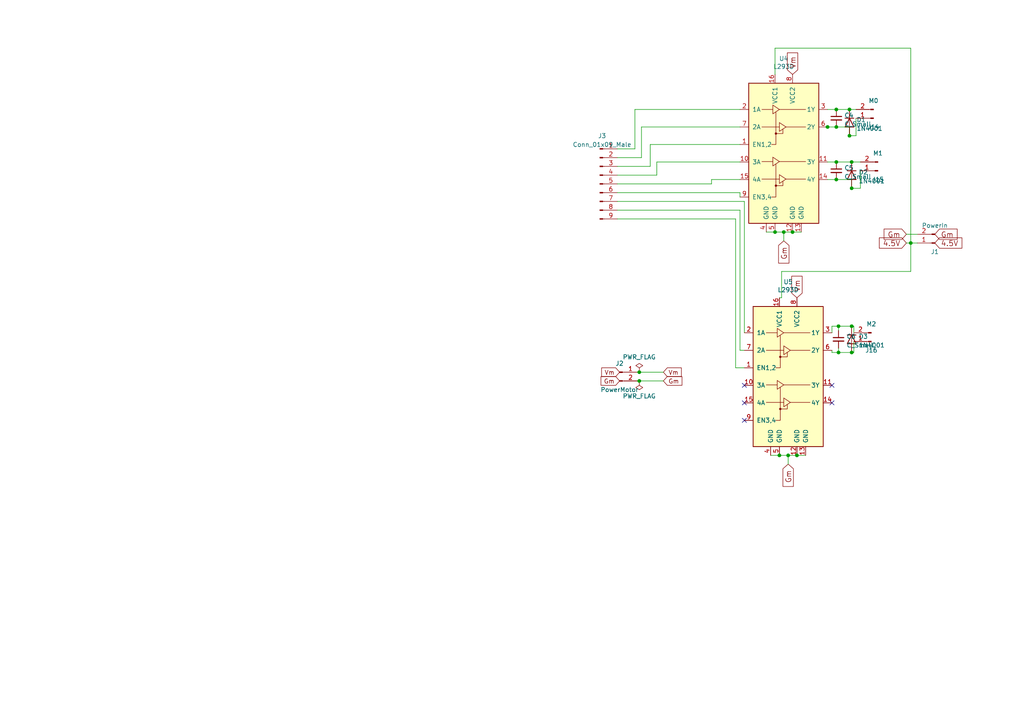
<source format=kicad_sch>
(kicad_sch (version 20211123) (generator eeschema)
  (paper "A4")
  (lib_symbols
    (symbol "Connector:Conn_01x09_Male" (pin_names (offset 1.016) hide)
      (property "Reference" "J" (at 0 12.7 0))
      (property "Value" "Conn_01x09_Male" (at 0 -12.7 0))
      (symbol "Conn_01x09_Male_1_1"
        (polyline (pts (xy 1.27 -10.16) (xy 0.8636 -10.16)) (stroke (width 0.1524)))
        (polyline (pts (xy 1.27 -7.62) (xy 0.8636 -7.62)) (stroke (width 0.1524)))
        (polyline (pts (xy 1.27 -5.08) (xy 0.8636 -5.08)) (stroke (width 0.1524)))
        (polyline (pts (xy 1.27 -2.54) (xy 0.8636 -2.54)) (stroke (width 0.1524)))
        (polyline (pts (xy 1.27 0) (xy 0.8636 0)) (stroke (width 0.1524)))
        (polyline (pts (xy 1.27 2.54) (xy 0.8636 2.54)) (stroke (width 0.1524)))
        (polyline (pts (xy 1.27 5.08) (xy 0.8636 5.08)) (stroke (width 0.1524)))
        (polyline (pts (xy 1.27 7.62) (xy 0.8636 7.62)) (stroke (width 0.1524)))
        (polyline (pts (xy 1.27 10.16) (xy 0.8636 10.16)) (stroke (width 0.1524)))
        (rectangle (start 0.8636 -10.033) (end 0 -10.287) (stroke (width 0.1524)) (fill (type outline)))
        (rectangle (start 0.8636 -7.493) (end 0 -7.747) (stroke (width 0.1524)) (fill (type outline)))
        (rectangle (start 0.8636 -4.953) (end 0 -5.207) (stroke (width 0.1524)) (fill (type outline)))
        (rectangle (start 0.8636 -2.413) (end 0 -2.667) (stroke (width 0.1524)) (fill (type outline)))
        (rectangle (start 0.8636 0.127) (end 0 -0.127) (stroke (width 0.1524)) (fill (type outline)))
        (rectangle (start 0.8636 2.667) (end 0 2.413) (stroke (width 0.1524)) (fill (type outline)))
        (rectangle (start 0.8636 5.207) (end 0 4.953) (stroke (width 0.1524)) (fill (type outline)))
        (rectangle (start 0.8636 7.747) (end 0 7.493) (stroke (width 0.1524)) (fill (type outline)))
        (rectangle (start 0.8636 10.287) (end 0 10.033) (stroke (width 0.1524)) (fill (type outline)))
        (pin passive line (at 5.08 10.16 180) (length 3.81) (name "Pin_1") (number "1"))
        (pin passive line (at 5.08 7.62 180) (length 3.81) (name "Pin_2") (number "2"))
        (pin passive line (at 5.08 5.08 180) (length 3.81) (name "Pin_3") (number "3"))
        (pin passive line (at 5.08 2.54 180) (length 3.81) (name "Pin_4") (number "4"))
        (pin passive line (at 5.08 0 180) (length 3.81) (name "Pin_5") (number "5"))
        (pin passive line (at 5.08 -2.54 180) (length 3.81) (name "Pin_6") (number "6"))
        (pin passive line (at 5.08 -5.08 180) (length 3.81) (name "Pin_7") (number "7"))
        (pin passive line (at 5.08 -7.62 180) (length 3.81) (name "Pin_8") (number "8"))
        (pin passive line (at 5.08 -10.16 180) (length 3.81) (name "Pin_9") (number "9"))
      )
    )
    (symbol "Device:C_Small" (pin_numbers hide) (pin_names (offset 0.254) hide)
      (property "Reference" "C" (at 0.254 1.778 0))
      (property "Value" "C_Small" (at 0.254 -2.032 0))
      (symbol "C_Small_0_1"
        (polyline (pts (xy -1.524 -0.508) (xy 1.524 -0.508)) (stroke (width 0.3302)))
        (polyline (pts (xy -1.524 0.508) (xy 1.524 0.508)) (stroke (width 0.3048)))
      )
      (symbol "C_Small_1_1"
        (pin passive line (at 0 2.54 270) (length 2.032) (name "~") (number "1"))
        (pin passive line (at 0 -2.54 90) (length 2.032) (name "~") (number "2"))
      )
    )
    (symbol "Diode:1N4001" (pin_numbers hide) (pin_names (offset 1.016) hide)
      (property "Reference" "D" (at 0 2.54 0))
      (property "Value" "1N4001" (at 0 -2.54 0))
      (symbol "1N4001_0_1"
        (polyline (pts (xy -1.27 1.27) (xy -1.27 -1.27)) (stroke (width 0.254)))
        (polyline (pts (xy 1.27 0) (xy -1.27 0)))
        (polyline (pts (xy 1.27 1.27) (xy 1.27 -1.27) (xy -1.27 0) (xy 1.27 1.27)) (stroke (width 0.254)))
      )
      (symbol "1N4001_1_1"
        (pin passive line (at -3.81 0 0) (length 2.54) (name "K") (number "1"))
        (pin passive line (at 3.81 0 180) (length 2.54) (name "A") (number "2"))
      )
    )
    (symbol "custom:Conn_01x02_Male" (pin_names (offset 1.016) hide)
      (property "Reference" "J" (at 0 2.54 0))
      (property "Value" "Conn_01x02_Male" (at 0 -5.08 0))
      (symbol "Conn_01x02_Male_1_1"
        (polyline (pts (xy 1.27 -2.54) (xy 0.8636 -2.54)) (stroke (width 0.1524)))
        (polyline (pts (xy 1.27 0) (xy 0.8636 0)) (stroke (width 0.1524)))
        (rectangle (start 0.8636 -2.413) (end 0 -2.667) (stroke (width 0.1524)) (fill (type outline)))
        (rectangle (start 0.8636 0.127) (end 0 -0.127) (stroke (width 0.1524)) (fill (type outline)))
        (pin passive line (at 5.08 0 180) (length 3.81) (name "Pin_1") (number "1"))
        (pin passive line (at 5.08 -2.54 180) (length 3.81) (name "Pin_2") (number "2"))
      )
    )
    (symbol "custom:L293D-Driver_Motor" (pin_names (offset 1.016))
      (property "Reference" "U" (at -5.08 26.035 0))
      (property "Value" "L293D-Driver_Motor" (at -5.08 24.13 0))
      (symbol "L293D-Driver_Motor_0_1"
        (rectangle (start -10.16 22.86) (end 10.16 -17.78) (stroke (width 0.254)) (fill (type background)))
        (circle (center -2.286 -6.858) (radius 0.254) (fill (type outline)))
        (circle (center -2.286 8.255) (radius 0.254) (fill (type outline)))
        (polyline (pts (xy -6.35 -4.953) (xy -1.27 -4.953)))
        (polyline (pts (xy -6.35 0.127) (xy -3.175 0.127)))
        (polyline (pts (xy -6.35 10.16) (xy -1.27 10.16)))
        (polyline (pts (xy -6.35 15.24) (xy -3.175 15.24)))
        (polyline (pts (xy -1.27 0.127) (xy 6.35 0.127)))
        (polyline (pts (xy -1.27 15.24) (xy 6.35 15.24)))
        (polyline (pts (xy 0.635 -4.953) (xy 6.35 -4.953)))
        (polyline (pts (xy 0.635 10.16) (xy 6.35 10.16)))
        (polyline (pts (xy -2.286 -6.858) (xy -0.254 -6.858) (xy -0.254 -5.588)))
        (polyline (pts (xy -2.286 -0.635) (xy -2.286 -10.16) (xy -3.556 -10.16)))
        (polyline (pts (xy -2.286 8.255) (xy -0.254 8.255) (xy -0.254 9.525)))
        (polyline (pts (xy -2.286 14.478) (xy -2.286 5.08) (xy -3.556 5.08)))
        (polyline (pts (xy -3.175 1.397) (xy -3.175 -1.143) (xy -1.27 0.127) (xy -3.175 1.397)))
        (polyline (pts (xy -3.175 16.51) (xy -3.175 13.97) (xy -1.27 15.24) (xy -3.175 16.51)))
        (polyline (pts (xy -1.27 -3.683) (xy -1.27 -6.223) (xy 0.635 -4.953) (xy -1.27 -3.683)))
        (polyline (pts (xy -1.27 11.43) (xy -1.27 8.89) (xy 0.635 10.16) (xy -1.27 11.43)))
      )
      (symbol "L293D-Driver_Motor_1_1"
        (pin input line (at -12.7 5.08 0) (length 2.54) (name "EN1,2") (number "1"))
        (pin input line (at -12.7 0 0) (length 2.54) (name "3A") (number "10"))
        (pin output line (at 12.7 0 180) (length 2.54) (name "3Y") (number "11"))
        (pin power_in line (at 2.54 -20.32 90) (length 2.54) (name "GND") (number "12"))
        (pin power_in line (at 5.08 -20.32 90) (length 2.54) (name "GND") (number "13"))
        (pin output line (at 12.7 -5.08 180) (length 2.54) (name "4Y") (number "14"))
        (pin input line (at -12.7 -5.08 0) (length 2.54) (name "4A") (number "15"))
        (pin power_in line (at -2.54 25.4 270) (length 2.54) (name "VCC1") (number "16"))
        (pin input line (at -12.7 15.24 0) (length 2.54) (name "1A") (number "2"))
        (pin output line (at 12.7 15.24 180) (length 2.54) (name "1Y") (number "3"))
        (pin power_in line (at -5.08 -20.32 90) (length 2.54) (name "GND") (number "4"))
        (pin power_in line (at -2.54 -20.32 90) (length 2.54) (name "GND") (number "5"))
        (pin output line (at 12.7 10.16 180) (length 2.54) (name "2Y") (number "6"))
        (pin input line (at -12.7 10.16 0) (length 2.54) (name "2A") (number "7"))
        (pin power_in line (at 2.54 25.4 270) (length 2.54) (name "VCC2") (number "8"))
        (pin input line (at -12.7 -10.16 0) (length 2.54) (name "EN3,4") (number "9"))
      )
    )
    (symbol "custom:PWR_FLAG" (power) (pin_numbers hide) (pin_names (offset 0) hide)
      (property "Value" "PWR_FLAG" (at 0 3.81 0))
      (symbol "PWR_FLAG_0_0"
        (pin power_out line (at 0 0 90) (length 0) (name "pwr") (number "1"))
      )
      (symbol "PWR_FLAG_0_1"
        (polyline (pts (xy 0 0) (xy 0 1.27) (xy -1.016 1.905) (xy 0 2.54) (xy 1.016 1.905) (xy 0 1.27)))
      )
    )
  )
  (junction (at 229.87 67.31))
  (junction (at 247.015 46.99))
  (junction (at 242.57 52.07))
  (junction (at 185.42 107.95))
  (junction (at 228.6 132.08))
  (junction (at 247.015 54.61))
  (junction (at 264.16 70.485))
  (junction (at 227.33 67.31))
  (junction (at 242.57 36.83))
  (junction (at 185.42 110.49))
  (junction (at 242.57 46.99))
  (junction (at 231.14 132.08))
  (junction (at 243.205 102.235))
  (junction (at 224.79 67.31))
  (junction (at 242.57 31.75))
  (junction (at 246.38 31.75))
  (junction (at 247.015 102.235))
  (junction (at 226.06 132.08))
  (junction (at 240.03 36.83))
  (junction (at 243.205 94.615))
  (junction (at 246.38 39.37))
  (junction (at 247.015 94.615))
  (no_connect (at 215.9 121.92))
  (no_connect (at 215.9 116.84))
  (no_connect (at 241.3 116.84))
  (no_connect (at 215.9 111.76))
  (no_connect (at 241.3 111.76))
  (wire (pts (xy 213.36 106.68) (xy 213.36 63.5)))
  (wire (pts (xy 229.87 67.31) (xy 232.41 67.31)))
  (wire (pts (xy 228.6 132.08) (xy 228.6 134.62)))
  (wire (pts (xy 247.65 94.615) (xy 247.65 96.52)))
  (wire (pts (xy 226.06 86.36) (xy 226.695 86.36)))
  (wire (pts (xy 226.06 132.08) (xy 228.6 132.08)))
  (wire (pts (xy 231.14 132.08) (xy 233.68 132.08)))
  (wire (pts (xy 226.695 86.36) (xy 226.695 78.74)))
  (wire (pts (xy 227.33 67.31) (xy 227.33 69.85)))
  (wire (pts (xy 215.9 58.42) (xy 215.9 96.52)))
  (wire (pts (xy 185.42 110.49) (xy 192.405 110.49)))
  (wire (pts (xy 264.16 78.74) (xy 264.16 70.485)))
  (wire (pts (xy 179.07 50.8) (xy 190.5 50.8)))
  (wire (pts (xy 239.395 36.83) (xy 240.03 36.83)))
  (wire (pts (xy 246.38 31.75) (xy 248.285 31.75)))
  (wire (pts (xy 186.055 36.83) (xy 214.63 36.83)))
  (wire (pts (xy 214.63 101.6) (xy 214.63 60.96)))
  (wire (pts (xy 223.52 132.08) (xy 226.06 132.08)))
  (wire (pts (xy 190.5 46.99) (xy 214.63 46.99)))
  (wire (pts (xy 227.33 67.31) (xy 229.87 67.31)))
  (wire (pts (xy 241.3 102.235) (xy 241.3 101.6)))
  (wire (pts (xy 242.57 36.83) (xy 246.38 36.83)))
  (wire (pts (xy 179.07 58.42) (xy 215.9 58.42)))
  (wire (pts (xy 206.375 52.07) (xy 214.63 52.07)))
  (wire (pts (xy 246.38 39.37) (xy 248.285 39.37)))
  (wire (pts (xy 243.205 94.615) (xy 247.015 94.615)))
  (wire (pts (xy 224.79 13.97) (xy 224.79 21.59)))
  (wire (pts (xy 242.57 31.75) (xy 246.38 31.75)))
  (wire (pts (xy 184.785 107.95) (xy 185.42 107.95)))
  (wire (pts (xy 240.03 46.99) (xy 242.57 46.99)))
  (wire (pts (xy 179.07 53.34) (xy 206.375 53.34)))
  (wire (pts (xy 242.57 52.07) (xy 247.015 52.07)))
  (wire (pts (xy 184.15 43.18) (xy 184.15 31.75)))
  (wire (pts (xy 240.03 52.07) (xy 242.57 52.07)))
  (wire (pts (xy 184.785 110.49) (xy 185.42 110.49)))
  (wire (pts (xy 247.015 54.61) (xy 249.555 54.61)))
  (wire (pts (xy 240.03 36.83) (xy 242.57 36.83)))
  (wire (pts (xy 249.555 54.61) (xy 249.555 49.53)))
  (wire (pts (xy 188.595 41.91) (xy 188.595 48.26)))
  (wire (pts (xy 243.205 94.615) (xy 243.205 95.885)))
  (wire (pts (xy 215.9 101.6) (xy 214.63 101.6)))
  (wire (pts (xy 226.695 78.74) (xy 264.16 78.74)))
  (wire (pts (xy 179.07 45.72) (xy 186.055 45.72)))
  (wire (pts (xy 186.055 45.72) (xy 186.055 36.83)))
  (wire (pts (xy 249.555 46.99) (xy 247.015 46.99)))
  (wire (pts (xy 179.07 60.96) (xy 214.63 60.96)))
  (wire (pts (xy 240.03 31.75) (xy 242.57 31.75)))
  (wire (pts (xy 214.63 55.88) (xy 214.63 57.15)))
  (wire (pts (xy 179.07 43.18) (xy 184.15 43.18)))
  (wire (pts (xy 188.595 41.91) (xy 214.63 41.91)))
  (wire (pts (xy 206.375 53.34) (xy 206.375 52.07)))
  (wire (pts (xy 243.205 100.965) (xy 243.205 102.235)))
  (wire (pts (xy 247.65 94.615) (xy 247.015 94.615)))
  (wire (pts (xy 264.16 13.97) (xy 224.79 13.97)))
  (wire (pts (xy 179.07 63.5) (xy 213.36 63.5)))
  (wire (pts (xy 241.3 94.615) (xy 243.205 94.615)))
  (wire (pts (xy 224.79 67.31) (xy 227.33 67.31)))
  (wire (pts (xy 185.42 107.95) (xy 192.405 107.95)))
  (wire (pts (xy 242.57 46.99) (xy 247.015 46.99)))
  (wire (pts (xy 179.07 48.26) (xy 188.595 48.26)))
  (wire (pts (xy 184.15 31.75) (xy 214.63 31.75)))
  (wire (pts (xy 222.25 67.31) (xy 224.79 67.31)))
  (wire (pts (xy 266.065 70.485) (xy 264.16 70.485)))
  (wire (pts (xy 247.015 102.235) (xy 247.65 102.235)))
  (wire (pts (xy 247.65 102.235) (xy 247.65 99.06)))
  (wire (pts (xy 262.89 67.945) (xy 266.065 67.945)))
  (wire (pts (xy 228.6 132.08) (xy 231.14 132.08)))
  (wire (pts (xy 190.5 50.8) (xy 190.5 46.99)))
  (wire (pts (xy 264.16 70.485) (xy 264.16 13.97)))
  (wire (pts (xy 248.285 39.37) (xy 248.285 34.29)))
  (wire (pts (xy 215.9 106.68) (xy 213.36 106.68)))
  (wire (pts (xy 247.015 52.07) (xy 247.015 54.61)))
  (wire (pts (xy 264.16 70.485) (xy 262.89 70.485)))
  (wire (pts (xy 241.3 102.235) (xy 243.205 102.235)))
  (wire (pts (xy 179.07 55.88) (xy 214.63 55.88)))
  (wire (pts (xy 246.38 36.83) (xy 246.38 39.37)))
  (wire (pts (xy 243.205 102.235) (xy 247.015 102.235)))
  (wire (pts (xy 241.3 94.615) (xy 241.3 96.52)))
  (global_label "Vm" (shape input) (at 179.705 107.95 180) (property "Intersheet References" "${INTERSHEET_REFS}" (effects hide)))
  (global_label "Gm" (shape input) (at 271.145 67.945 0) (effects (font (size 1.524 1.524))) (property "Intersheet References" "${INTERSHEET_REFS}" (effects hide)))
  (global_label "4.5V" (shape input) (at 271.145 70.485 0) (effects (font (size 1.524 1.524))) (property "Intersheet References" "${INTERSHEET_REFS}" (effects hide)))
  (global_label "Gm" (shape input) (at 227.33 69.85 270) (effects (font (size 1.524 1.524))) (property "Intersheet References" "${INTERSHEET_REFS}" (effects hide)))
  (global_label "4.5V" (shape input) (at 262.89 70.485 180) (effects (font (size 1.524 1.524))) (property "Intersheet References" "${INTERSHEET_REFS}" (effects hide)))
  (global_label "Gm" (shape input) (at 262.89 67.945 180) (effects (font (size 1.524 1.524))) (property "Intersheet References" "${INTERSHEET_REFS}" (effects hide)))
  (global_label "Gm" (shape input) (at 192.405 110.49 0) (property "Intersheet References" "${INTERSHEET_REFS}" (effects hide)))
  (global_label "Vm" (shape input) (at 192.405 107.95 0) (property "Intersheet References" "${INTERSHEET_REFS}" (effects hide)))
  (global_label "Vm" (shape input) (at 229.87 21.59 90) (effects (font (size 1.524 1.524))) (property "Intersheet References" "${INTERSHEET_REFS}" (effects hide)))
  (global_label "Gm" (shape input) (at 179.705 110.49 180) (property "Intersheet References" "${INTERSHEET_REFS}" (effects hide)))
  (global_label "Gm" (shape input) (at 228.6 134.62 270) (effects (font (size 1.524 1.524))) (property "Intersheet References" "${INTERSHEET_REFS}" (effects hide)))
  (global_label "Vm" (shape input) (at 231.14 86.36 90) (effects (font (size 1.524 1.524))) (property "Intersheet References" "${INTERSHEET_REFS}" (effects hide)))
  (symbol (lib_id "custom:L293D-Driver_Motor") (at 227.33 46.99 0) (unit 1)
    (property "Reference" "U4" (at 227.33 16.9926 0))
    (property "Value" "L293D" (at 227.33 19.304 0))
    (property "Footprint" "custom:DIP-16_W7.62mm" (effects hide))
    (property "Datasheet" "http://www.ti.com/lit/ds/symlink/l293.pdf" (effects hide))
  )
  (symbol (lib_id "custom:Conn_01x02_Male") (at 252.73 99.06 180) (unit 1)
    (property "Reference" "J16" (at 252.73 101.6 0))
    (property "Value" "M2" (at 252.73 93.98 0))
    (property "Footprint" "custom:JST_EH_B2B-EH-A_1x02_P2.50mm_Vertical" (effects hide))
  )
  (symbol (lib_id "custom:Conn_01x02_Male") (at 253.365 34.29 180) (unit 1)
    (property "Reference" "J14" (at 253.365 36.83 0))
    (property "Value" "M0" (at 253.365 29.21 0))
    (property "Footprint" "custom:JST_EH_B2B-EH-A_1x02_P2.50mm_Vertical" (effects hide))
  )
  (symbol (lib_id "custom:Conn_01x02_Male") (at 254.635 49.53 180) (unit 1)
    (property "Reference" "J15" (at 254.635 52.07 0))
    (property "Value" "M1" (at 254.635 44.45 0))
    (property "Footprint" "custom:JST_EH_B2B-EH-A_1x02_P2.50mm_Vertical" (effects hide))
  )
  (symbol (lib_id "custom:L293D-Driver_Motor") (at 228.6 111.76 0) (unit 1)
    (property "Reference" "U5" (at 228.6 81.7626 0))
    (property "Value" "L293D" (at 228.6 84.074 0))
    (property "Footprint" "custom:DIP-16_W7.62mm" (effects hide))
    (property "Datasheet" "http://www.ti.com/lit/ds/symlink/l293.pdf" (effects hide))
  )
  (symbol (lib_id "Diode:1N4001") (at 247.015 50.8 270) (unit 1)
    (property "Reference" "D2" (at 249.047 49.9653 90) (effects (justify left)))
    (property "Value" "1N4001" (at 249.047 52.5022 90) (effects (justify left)))
    (property "Footprint" "Diode_THT:D_DO-41_SOD81_P10.16mm_Horizontal" (effects hide))
    (property "Datasheet" "http://www.vishay.com/docs/88503/1n4001.pdf" (effects hide))
  )
  (symbol (lib_id "Device:C_Small") (at 242.57 49.53 0) (unit 1)
    (property "Reference" "C5" (at 244.8941 48.7016 0) (effects (justify left)))
    (property "Value" "C_Small" (at 244.8941 51.2385 0) (effects (justify left)))
    (property "Footprint" "Capacitor_THT:C_Disc_D4.7mm_W2.5mm_P5.00mm" (effects hide))
  )
  (symbol (lib_id "Diode:1N4001") (at 247.015 98.425 270) (unit 1)
    (property "Reference" "D3" (at 249.047 97.5903 90) (effects (justify left)))
    (property "Value" "1N4001" (at 249.047 100.1272 90) (effects (justify left)))
    (property "Footprint" "Diode_THT:D_DO-41_SOD81_P10.16mm_Horizontal" (effects hide))
    (property "Datasheet" "http://www.vishay.com/docs/88503/1n4001.pdf" (effects hide))
  )
  (symbol (lib_id "custom:Conn_01x02_Male") (at 271.145 70.485 180) (unit 1)
    (property "Reference" "J1" (at 271.145 73.025 0))
    (property "Value" "PowerIn" (at 271.145 65.405 0))
    (property "Footprint" "custom:JST_EH_B2B-EH-A_1x02_P2.50mm_Vertical" (effects hide))
  )
  (symbol (lib_id "custom:PWR_FLAG") (at 185.42 110.49 180) (unit 1)
    (property "Reference" "#FLG0101" (effects hide))
    (property "Value" "PWR_FLAG" (at 185.42 114.8842 0))
  )
  (symbol (lib_id "Connector:Conn_01x09_Male") (at 173.99 53.34 0) (unit 1)
    (property "Reference" "J3" (at 174.625 39.404 0))
    (property "Value" "Conn_01x09_Male" (at 174.625 41.9409 0))
    (property "Footprint" "Connector_JST:JST_EH_B9B-EH-A_1x09_P2.50mm_Vertical" (effects hide))
  )
  (symbol (lib_id "Device:C_Small") (at 242.57 34.29 0) (unit 1)
    (property "Reference" "C4" (at 244.8941 33.4616 0) (effects (justify left)))
    (property "Value" "C_Small" (at 244.8941 35.9985 0) (effects (justify left)))
    (property "Footprint" "Capacitor_THT:C_Disc_D4.7mm_W2.5mm_P5.00mm" (effects hide))
  )
  (symbol (lib_id "Diode:1N4001") (at 246.38 35.56 270) (unit 1)
    (property "Reference" "D1" (at 248.412 34.7253 90) (effects (justify left)))
    (property "Value" "1N4001" (at 248.412 37.2622 90) (effects (justify left)))
    (property "Footprint" "Diode_THT:D_DO-41_SOD81_P10.16mm_Horizontal" (effects hide))
    (property "Datasheet" "http://www.vishay.com/docs/88503/1n4001.pdf" (effects hide))
  )
  (symbol (lib_id "custom:Conn_01x02_Male") (at 179.705 107.95 0) (unit 1)
    (property "Reference" "J2" (at 179.705 105.41 0))
    (property "Value" "PowerMotor" (at 179.705 113.03 0))
    (property "Footprint" "custom:JST_EH_B2B-EH-A_1x02_P2.50mm_Vertical" (effects hide))
  )
  (symbol (lib_id "Device:C_Small") (at 243.205 98.425 0) (unit 1)
    (property "Reference" "C6" (at 245.5291 97.5966 0) (effects (justify left)))
    (property "Value" "C_Small" (at 245.5291 100.1335 0) (effects (justify left)))
    (property "Footprint" "Capacitor_THT:C_Disc_D4.7mm_W2.5mm_P5.00mm" (effects hide))
  )
  (symbol (lib_id "custom:PWR_FLAG") (at 185.42 107.95 0) (unit 1)
    (property "Reference" "#FLG0102" (effects hide))
    (property "Value" "PWR_FLAG" (at 185.42 103.5558 0))
  )
)
</source>
